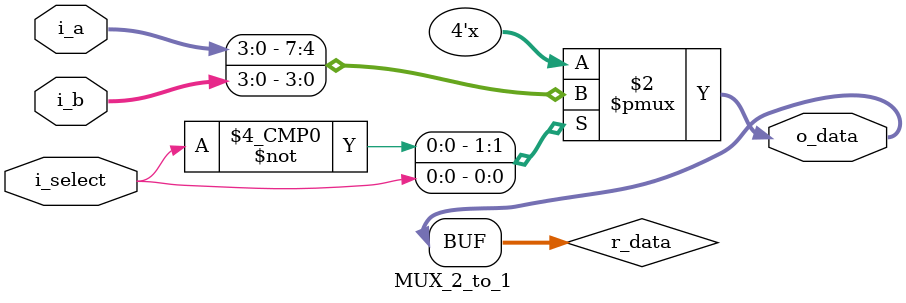
<source format=v>
`timescale 1ns / 1ps

module MUX_2_to_1(
    input [3:0] i_a, i_b,
    input i_select,
    output [3:0] o_data
    );

    reg [3:0] r_data;
    assign o_data = r_data;

    always @(i_a, i_b, i_select) begin
        case(i_select)
            1'b0 : r_data = i_a;
            1'b1 : r_data = i_b;
        endcase
    end

endmodule
</source>
